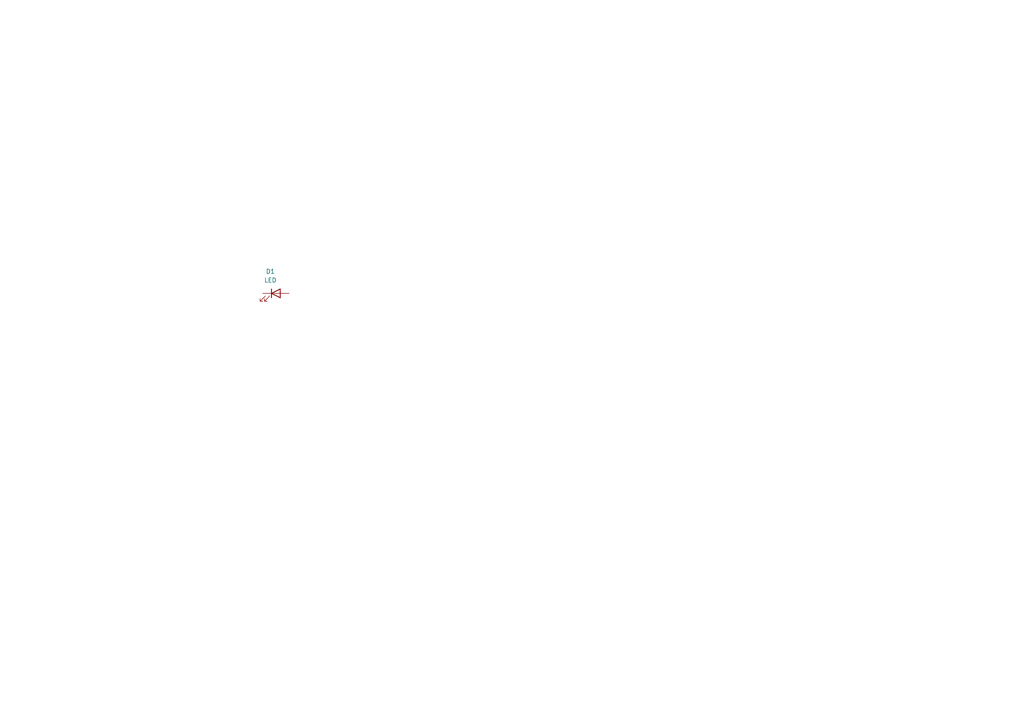
<source format=kicad_sch>
(kicad_sch (version 20230121) (generator eeschema)
  (paper "A4")
  (lib_symbols
    (symbol "Device:LED" (pin_numbers hide) (pin_names (offset 1.016) hide)
      (property "Reference" "D" (at 0 2.54 0))
      (property "Value" "LED" (at 0 -2.54 0))
      (symbol "LED_0_1"
        (polyline (pts (xy -1.27 -1.27) (xy -1.27 1.27)) (stroke (width 0.254)))
        (polyline (pts (xy -1.27 0) (xy 1.27 0)))
        (polyline (pts (xy 1.27 -1.27) (xy 1.27 1.27) (xy -1.27 0) (xy 1.27 -1.27)) (stroke (width 0.254)))
        (polyline (pts (xy -3.048 -0.762) (xy -4.572 -2.286) (xy -3.81 -2.286) (xy -4.572 -2.286) (xy -4.572 -1.524)))
        (polyline (pts (xy -1.778 -0.762) (xy -3.302 -2.286) (xy -2.54 -2.286) (xy -3.302 -2.286) (xy -3.302 -1.524)))
      )
      (symbol "LED_1_1"
        (pin passive line (at -3.81 0 0) (length 2.54) (name "K") (number "1"))
        (pin passive line (at 3.81 0 180) (length 2.54) (name "A") (number "2"))
      )
    )
  )
  (symbol (lib_id "Device:LED") (at 80.01 85.09 0) (unit 1)
    (property "Reference" "D1" (at 78.4225 78.74 0))
    (property "Value" "LED" (at 78.4225 81.28 0))
    (property "Footprint" "LED_THT:LED_D3.0mm" (effects hide))
  )
)
</source>
